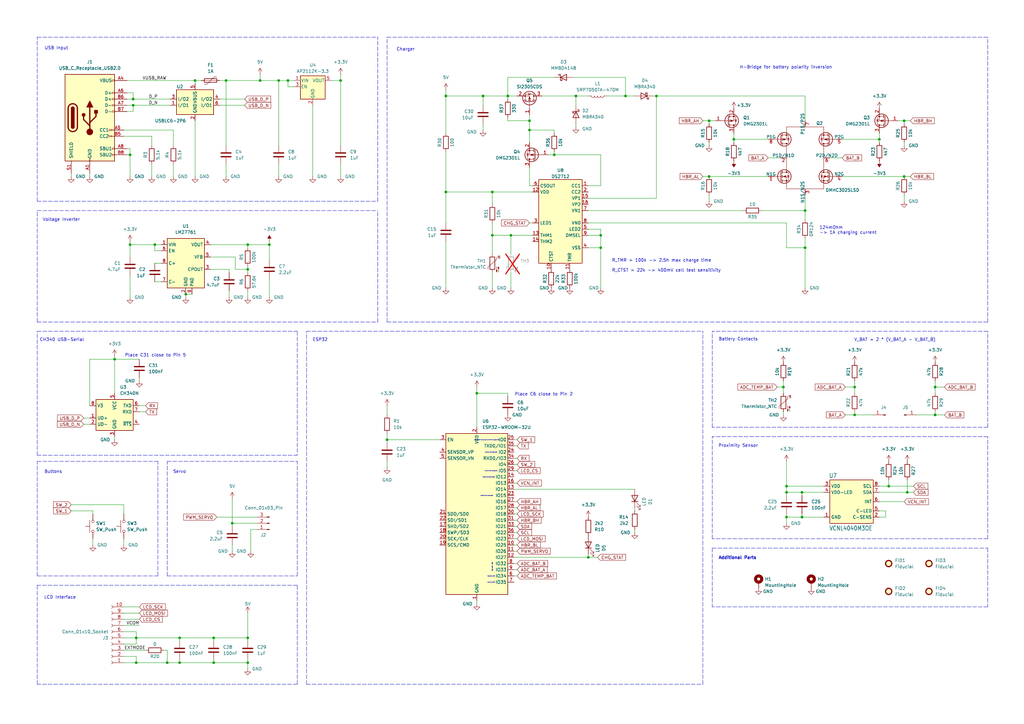
<source format=kicad_sch>
(kicad_sch (version 20231120) (generator "eeschema") (generator_version "8.0")
  (paper "A3")
  (title_block (title "SPINC AA Charger") (date "2024-10-03") (rev "2") (company "Maximilian Kern"))
  (junction (at 68.58 271.78))
  (junction (at 114.3 33.02))
  (junction (at 76.2 120.65))
  (junction (at 383.54 158.75))
  (junction (at 370.84 49.53))
  (junction (at 322.58 199.39))
  (junction (at 330.2 101.6))
  (junction (at 55.88 271.78))
  (junction (at 182.88 78.74))
  (junction (at 55.88 261.62))
  (junction (at 246.38 101.6))
  (junction (at 290.83 72.39))
  (junction (at 322.58 212.09))
  (junction (at 290.83 49.53))
  (junction (at 209.55 96.52))
  (junction (at 53.34 100.33))
  (junction (at 106.68 33.02))
  (junction (at 54.61 43.18))
  (junction (at 322.58 201.93))
  (junction (at 370.84 72.39))
  (junction (at 139.7 33.02))
  (junction (at 201.93 96.52))
  (junction (at 241.3 228.6))
  (junction (at 246.38 96.52))
  (junction (at 53.34 63.5))
  (junction (at 54.61 40.64))
  (junction (at 321.31 158.75))
  (junction (at 300.99 57.15))
  (junction (at 87.63 271.78))
  (junction (at 80.01 33.02))
  (junction (at 350.52 158.75))
  (junction (at 328.93 212.09))
  (junction (at 95.25 214.63))
  (junction (at 87.63 261.62))
  (junction (at 201.93 78.74))
  (junction (at 101.6 110.49))
  (junction (at 208.28 39.37))
  (junction (at 227.33 63.5))
  (junction (at 46.99 147.32))
  (junction (at 350.52 170.18))
  (junction (at 383.54 170.18))
  (junction (at 101.6 100.33))
  (junction (at 360.68 57.15))
  (junction (at 330.2 86.36))
  (junction (at 198.12 39.37))
  (junction (at 328.93 201.93))
  (junction (at 73.66 271.78))
  (junction (at 92.71 33.02))
  (junction (at 63.5 100.33))
  (junction (at 73.66 261.62))
  (junction (at 269.24 39.37))
  (junction (at 364.49 199.39))
  (junction (at 110.49 100.33))
  (junction (at 101.6 261.62))
  (junction (at 217.17 49.53))
  (junction (at 182.88 39.37))
  (junction (at 217.17 53.34))
  (junction (at 158.75 180.34))
  (junction (at 256.54 39.37))
  (junction (at 101.6 271.78))
  (junction (at 236.22 39.37))
  (junction (at 372.11 201.93))
  (junction (at 118.11 33.02))
  (junction (at 195.58 161.29))
  (polyline (pts (xy 15.24 132.08) (xy 15.24 86.36)) (stroke (width 0) (type dash)))
  (wire (pts (xy 330.2 86.36) (xy 330.2 80.01)))
  (wire (pts (xy 68.58 266.7) (xy 68.58 271.78)))
  (wire (pts (xy 217.17 53.34) (xy 227.33 53.34)))
  (wire (pts (xy 314.96 57.15) (xy 300.99 57.15)))
  (wire (pts (xy 346.71 170.18) (xy 350.52 170.18)))
  (wire (pts (xy 248.92 39.37) (xy 256.54 39.37)))
  (wire (pts (xy 158.75 191.77) (xy 158.75 189.23)))
  (wire (pts (xy 50.8 256.54) (xy 57.15 256.54)))
  (wire (pts (xy 93.98 110.49) (xy 93.98 111.76)))
  (wire (pts (xy 210.82 228.6) (xy 241.3 228.6)))
  (wire (pts (xy 86.36 100.33) (xy 101.6 100.33)))
  (wire (pts (xy 345.44 57.15) (xy 360.68 57.15)))
  (wire (pts (xy 59.69 168.91) (xy 57.15 168.91)))
  (polyline (pts (xy 125.73 135.89) (xy 288.29 135.89)) (stroke (width 0) (type dash)))
  (wire (pts (xy 246.38 93.98) (xy 246.38 96.52)))
  (wire (pts (xy 50.8 266.7) (xy 59.69 266.7)))
  (polyline (pts (xy 292.1 224.79) (xy 292.1 248.92)) (stroke (width 0) (type dash)))
  (wire (pts (xy 50.8 210.82) (xy 50.8 207.01)))
  (polyline (pts (xy 288.29 280.67) (xy 288.29 135.89)) (stroke (width 0) (type dash)))
  (polyline (pts (xy 405.13 224.79) (xy 405.13 248.92)) (stroke (width 0) (type dash)))
  (polyline (pts (xy 121.92 236.22) (xy 121.92 189.23)) (stroke (width 0) (type dash)))
  (wire (pts (xy 102.87 217.17) (xy 105.41 217.17)))
  (wire (pts (xy 256.54 31.75) (xy 256.54 39.37)))
  (wire (pts (xy 139.7 67.31) (xy 139.7 72.39)))
  (wire (pts (xy 322.58 201.93) (xy 322.58 203.2)))
  (wire (pts (xy 54.61 40.64) (xy 69.85 40.64)))
  (wire (pts (xy 158.75 166.37) (xy 158.75 170.18)))
  (polyline (pts (xy 158.75 132.08) (xy 405.13 132.08)) (stroke (width 0) (type dash)))
  (wire (pts (xy 212.09 218.44) (xy 210.82 218.44)))
  (polyline (pts (xy 15.24 82.55) (xy 15.24 15.24)) (stroke (width 0) (type dash)))
  (wire (pts (xy 209.55 96.52) (xy 209.55 104.14)))
  (polyline (pts (xy 405.13 175.26) (xy 405.13 135.89)) (stroke (width 0) (type dash)))
  (wire (pts (xy 370.84 49.53) (xy 373.38 49.53)))
  (wire (pts (xy 118.11 33.02) (xy 118.11 35.56)))
  (wire (pts (xy 76.2 120.65) (xy 76.2 121.92)))
  (wire (pts (xy 101.6 109.22) (xy 101.6 110.49)))
  (wire (pts (xy 198.12 39.37) (xy 198.12 43.18)))
  (wire (pts (xy 182.88 39.37) (xy 198.12 39.37)))
  (wire (pts (xy 52.07 45.72) (xy 54.61 45.72)))
  (polyline (pts (xy 154.94 82.55) (xy 154.94 15.24)) (stroke (width 0) (type dash)))
  (wire (pts (xy 63.5 115.57) (xy 66.04 115.57)))
  (polyline (pts (xy 121.92 135.89) (xy 121.92 186.69)) (stroke (width 0) (type dash)))
  (wire (pts (xy 364.49 199.39) (xy 374.65 199.39)))
  (wire (pts (xy 62.23 55.88) (xy 62.23 59.69)))
  (wire (pts (xy 372.11 196.85) (xy 372.11 201.93)))
  (wire (pts (xy 330.2 118.11) (xy 330.2 101.6)))
  (wire (pts (xy 182.88 62.23) (xy 182.88 78.74)))
  (polyline (pts (xy 158.75 132.08) (xy 158.75 15.24)) (stroke (width 0) (type dash)))
  (wire (pts (xy 139.7 33.02) (xy 139.7 59.69)))
  (wire (pts (xy 217.17 76.2) (xy 218.44 76.2)))
  (wire (pts (xy 52.07 40.64) (xy 54.61 40.64)))
  (wire (pts (xy 29.21 207.01) (xy 50.8 207.01)))
  (polyline (pts (xy 158.75 15.24) (xy 405.13 15.24)) (stroke (width 0) (type dash)))
  (wire (pts (xy 90.17 43.18) (xy 100.33 43.18)))
  (wire (pts (xy 71.12 53.34) (xy 71.12 59.69)))
  (wire (pts (xy 217.17 91.44) (xy 218.44 91.44)))
  (polyline (pts (xy 15.24 135.89) (xy 121.92 135.89)) (stroke (width 0) (type dash)))
  (wire (pts (xy 54.61 43.18) (xy 69.85 43.18)))
  (wire (pts (xy 212.09 210.82) (xy 210.82 210.82)))
  (wire (pts (xy 260.35 208.28) (xy 260.35 209.55)))
  (polyline (pts (xy 405.13 220.98) (xy 292.1 220.98)) (stroke (width 0) (type dash)))
  (polyline (pts (xy 405.13 248.92) (xy 292.1 248.92)) (stroke (width 0) (type dash)))
  (wire (pts (xy 210.82 200.66) (xy 260.35 200.66)))
  (wire (pts (xy 236.22 39.37) (xy 236.22 43.18)))
  (wire (pts (xy 106.68 33.02) (xy 114.3 33.02)))
  (wire (pts (xy 208.28 39.37) (xy 212.09 39.37)))
  (wire (pts (xy 55.88 271.78) (xy 55.88 269.24)))
  (polyline (pts (xy 68.58 236.22) (xy 68.58 189.23)) (stroke (width 0) (type dash)))
  (wire (pts (xy 212.09 198.12) (xy 210.82 198.12)))
  (wire (pts (xy 212.09 208.28) (xy 210.82 208.28)))
  (wire (pts (xy 370.84 59.69) (xy 370.84 58.42)))
  (wire (pts (xy 201.93 96.52) (xy 201.93 104.14)))
  (wire (pts (xy 322.58 212.09) (xy 322.58 214.63)))
  (wire (pts (xy 370.84 82.55) (xy 370.84 80.01)))
  (wire (pts (xy 66.04 102.87) (xy 63.5 102.87)))
  (wire (pts (xy 95.25 214.63) (xy 95.25 215.9)))
  (wire (pts (xy 96.52 105.41) (xy 96.52 110.49)))
  (wire (pts (xy 288.29 72.39) (xy 290.83 72.39)))
  (wire (pts (xy 182.88 78.74) (xy 182.88 91.44)))
  (wire (pts (xy 227.33 62.23) (xy 227.33 63.5)))
  (polyline (pts (xy 15.24 132.08) (xy 154.94 132.08)) (stroke (width 0) (type dash)))
  (polyline (pts (xy 405.13 132.08) (xy 405.13 15.24)) (stroke (width 0) (type dash)))
  (wire (pts (xy 260.35 218.44) (xy 260.35 217.17)))
  (wire (pts (xy 241.3 81.28) (xy 269.24 81.28)))
  (wire (pts (xy 46.99 147.32) (xy 57.15 147.32)))
  (wire (pts (xy 53.34 60.96) (xy 53.34 63.5)))
  (wire (pts (xy 73.66 261.62) (xy 87.63 261.62)))
  (wire (pts (xy 217.17 46.99) (xy 217.17 49.53)))
  (polyline (pts (xy 15.24 86.36) (xy 154.94 86.36)) (stroke (width 0) (type dash)))
  (wire (pts (xy 387.35 170.18) (xy 383.54 170.18)))
  (wire (pts (xy 337.82 212.09) (xy 328.93 212.09)))
  (wire (pts (xy 246.38 96.52) (xy 246.38 101.6)))
  (wire (pts (xy 314.96 64.77) (xy 320.04 64.77)))
  (polyline (pts (xy 292.1 220.98) (xy 292.1 179.07)) (stroke (width 0) (type dash)))
  (polyline (pts (xy 125.73 280.67) (xy 288.29 280.67)) (stroke (width 0) (type dash)))
  (wire (pts (xy 360.68 57.15) (xy 360.68 54.61)))
  (wire (pts (xy 195.58 161.29) (xy 195.58 175.26)))
  (wire (pts (xy 34.29 171.45) (xy 36.83 171.45)))
  (wire (pts (xy 29.21 209.55) (xy 38.1 209.55)))
  (wire (pts (xy 201.93 83.82) (xy 201.93 78.74)))
  (wire (pts (xy 46.99 180.34) (xy 46.99 179.07)))
  (wire (pts (xy 350.52 156.21) (xy 350.52 158.75)))
  (wire (pts (xy 114.3 59.69) (xy 114.3 33.02)))
  (wire (pts (xy 208.28 39.37) (xy 208.28 40.64)))
  (wire (pts (xy 372.11 201.93) (xy 374.65 201.93)))
  (wire (pts (xy 63.5 102.87) (xy 63.5 100.33)))
  (wire (pts (xy 212.09 205.74) (xy 210.82 205.74)))
  (wire (pts (xy 52.07 38.1) (xy 54.61 38.1)))
  (wire (pts (xy 241.3 228.6) (xy 241.3 227.33)))
  (wire (pts (xy 210.82 236.22) (xy 212.09 236.22)))
  (wire (pts (xy 227.33 63.5) (xy 246.38 63.5)))
  (wire (pts (xy 208.28 49.53) (xy 208.28 48.26)))
  (wire (pts (xy 312.42 86.36) (xy 330.2 86.36)))
  (wire (pts (xy 290.83 72.39) (xy 314.96 72.39)))
  (wire (pts (xy 182.88 78.74) (xy 201.93 78.74)))
  (wire (pts (xy 241.3 96.52) (xy 246.38 96.52)))
  (wire (pts (xy 88.9 212.09) (xy 105.41 212.09)))
  (wire (pts (xy 57.15 156.21) (xy 57.15 154.94)))
  (wire (pts (xy 322.58 199.39) (xy 322.58 201.93)))
  (wire (pts (xy 321.31 158.75) (xy 321.31 161.29)))
  (wire (pts (xy 46.99 147.32) (xy 46.99 161.29)))
  (polyline (pts (xy 405.13 224.79) (xy 405.13 224.79)) (stroke (width 0) (type dash)))
  (wire (pts (xy 345.44 72.39) (xy 370.84 72.39)))
  (wire (pts (xy 34.29 173.99) (xy 36.83 173.99)))
  (wire (pts (xy 50.8 55.88) (xy 62.23 55.88)))
  (polyline (pts (xy 15.24 82.55) (xy 154.94 82.55)) (stroke (width 0) (type dash)))
  (wire (pts (xy 101.6 270.51) (xy 101.6 271.78)))
  (wire (pts (xy 53.34 99.06) (xy 53.34 100.33)))
  (wire (pts (xy 350.52 158.75) (xy 350.52 161.29)))
  (wire (pts (xy 212.09 190.5) (xy 210.82 190.5)))
  (polyline (pts (xy 154.94 132.08) (xy 154.94 86.36)) (stroke (width 0) (type dash)))
  (wire (pts (xy 95.25 223.52) (xy 95.25 226.06)))
  (wire (pts (xy 217.17 49.53) (xy 217.17 53.34)))
  (wire (pts (xy 92.71 33.02) (xy 90.17 33.02)))
  (wire (pts (xy 55.88 259.08) (xy 55.88 261.62)))
  (wire (pts (xy 383.54 170.18) (xy 383.54 168.91)))
  (wire (pts (xy 135.89 33.02) (xy 139.7 33.02)))
  (wire (pts (xy 36.83 166.37) (xy 36.83 147.32)))
  (wire (pts (xy 241.3 86.36) (xy 304.8 86.36)))
  (wire (pts (xy 360.68 199.39) (xy 364.49 199.39)))
  (wire (pts (xy 370.84 72.39) (xy 373.38 72.39)))
  (wire (pts (xy 29.21 71.12) (xy 29.21 72.39)))
  (wire (pts (xy 241.3 228.6) (xy 245.11 228.6)))
  (wire (pts (xy 210.82 187.96) (xy 212.09 187.96)))
  (wire (pts (xy 101.6 271.78) (xy 101.6 274.32)))
  (wire (pts (xy 269.24 39.37) (xy 330.2 39.37)))
  (wire (pts (xy 66.04 100.33) (xy 63.5 100.33)))
  (wire (pts (xy 208.28 162.56) (xy 208.28 161.29)))
  (wire (pts (xy 62.23 67.31) (xy 62.23 72.39)))
  (wire (pts (xy 350.52 168.91) (xy 350.52 170.18)))
  (wire (pts (xy 50.8 264.16) (xy 55.88 264.16)))
  (wire (pts (xy 86.36 105.41) (xy 96.52 105.41)))
  (wire (pts (xy 95.25 204.47) (xy 95.25 214.63)))
  (wire (pts (xy 101.6 251.46) (xy 101.6 261.62)))
  (wire (pts (xy 106.68 33.02) (xy 106.68 30.48)))
  (wire (pts (xy 241.3 93.98) (xy 246.38 93.98)))
  (wire (pts (xy 101.6 101.6) (xy 101.6 100.33)))
  (polyline (pts (xy 405.13 179.07) (xy 292.1 179.07)) (stroke (width 0) (type dash)))
  (wire (pts (xy 322.58 189.23) (xy 322.58 199.39)))
  (wire (pts (xy 139.7 30.48) (xy 139.7 33.02)))
  (wire (pts (xy 288.29 49.53) (xy 290.83 49.53)))
  (wire (pts (xy 158.75 181.61) (xy 158.75 180.34)))
  (wire (pts (xy 383.54 170.18) (xy 375.92 170.18)))
  (wire (pts (xy 93.98 119.38) (xy 93.98 121.92)))
  (wire (pts (xy 208.28 49.53) (xy 217.17 49.53)))
  (wire (pts (xy 201.93 91.44) (xy 201.93 96.52)))
  (wire (pts (xy 201.93 78.74) (xy 218.44 78.74)))
  (wire (pts (xy 68.58 271.78) (xy 73.66 271.78)))
  (wire (pts (xy 269.24 39.37) (xy 269.24 81.28)))
  (wire (pts (xy 63.5 100.33) (xy 53.34 100.33)))
  (wire (pts (xy 290.83 49.53) (xy 293.37 49.53)))
  (polyline (pts (xy 15.24 186.69) (xy 121.92 186.69)) (stroke (width 0) (type dash)))
  (polyline (pts (xy 125.73 280.67) (xy 125.73 135.89)) (stroke (width 0) (type dash)))
  (wire (pts (xy 92.71 33.02) (xy 106.68 33.02)))
  (wire (pts (xy 321.31 156.21) (xy 321.31 158.75)))
  (wire (pts (xy 50.8 259.08) (xy 55.88 259.08)))
  (wire (pts (xy 208.28 39.37) (xy 208.28 31.75)))
  (wire (pts (xy 182.88 99.06) (xy 182.88 118.11)))
  (wire (pts (xy 322.58 199.39) (xy 337.82 199.39)))
  (wire (pts (xy 241.3 76.2) (xy 246.38 76.2)))
  (wire (pts (xy 73.66 270.51) (xy 73.66 271.78)))
  (polyline (pts (xy 292.1 175.26) (xy 292.1 135.89)) (stroke (width 0) (type dash)))
  (wire (pts (xy 328.93 210.82) (xy 328.93 212.09)))
  (wire (pts (xy 328.93 201.93) (xy 328.93 203.2)))
  (wire (pts (xy 364.49 196.85) (xy 364.49 199.39)))
  (wire (pts (xy 76.2 120.65) (xy 78.74 120.65)))
  (wire (pts (xy 337.82 201.93) (xy 328.93 201.93)))
  (wire (pts (xy 128.27 43.18) (xy 128.27 72.39)))
  (wire (pts (xy 55.88 261.62) (xy 55.88 264.16)))
  (wire (pts (xy 38.1 210.82) (xy 38.1 209.55)))
  (wire (pts (xy 36.83 147.32) (xy 46.99 147.32)))
  (wire (pts (xy 224.79 63.5) (xy 227.33 63.5)))
  (wire (pts (xy 50.8 271.78) (xy 55.88 271.78)))
  (wire (pts (xy 208.28 31.75) (xy 227.33 31.75)))
  (wire (pts (xy 383.54 156.21) (xy 383.54 158.75)))
  (wire (pts (xy 46.99 146.05) (xy 46.99 147.32)))
  (polyline (pts (xy 121.92 280.67) (xy 121.92 240.03)) (stroke (width 0) (type dash)))
  (wire (pts (xy 256.54 39.37) (xy 260.35 39.37)))
  (wire (pts (xy 227.33 54.61) (xy 227.33 53.34)))
  (wire (pts (xy 50.8 269.24) (xy 55.88 269.24)))
  (wire (pts (xy 360.68 205.74) (xy 370.84 205.74)))
  (wire (pts (xy 118.11 33.02) (xy 120.65 33.02)))
  (wire (pts (xy 55.88 271.78) (xy 68.58 271.78)))
  (wire (pts (xy 110.49 106.68) (xy 110.49 100.33)))
  (wire (pts (xy 363.22 209.55) (xy 363.22 212.09)))
  (wire (pts (xy 73.66 261.62) (xy 73.66 262.89)))
  (wire (pts (xy 210.82 182.88) (xy 212.09 182.88)))
  (wire (pts (xy 387.35 158.75) (xy 383.54 158.75)))
  (wire (pts (xy 212.09 193.04) (xy 210.82 193.04)))
  (wire (pts (xy 80.01 49.53) (xy 80.01 72.39)))
  (wire (pts (xy 300.99 57.15) (xy 300.99 54.61)))
  (wire (pts (xy 82.55 33.02) (xy 80.01 33.02)))
  (wire (pts (xy 212.09 213.36) (xy 210.82 213.36)))
  (wire (pts (xy 330.2 39.37) (xy 330.2 49.53)))
  (wire (pts (xy 53.34 63.5) (xy 53.34 72.39)))
  (wire (pts (xy 267.97 39.37) (xy 269.24 39.37)))
  (wire (pts (xy 350.52 170.18) (xy 358.14 170.18)))
  (wire (pts (xy 195.58 247.65) (xy 195.58 246.38)))
  (polyline (pts (xy 405.13 220.98) (xy 405.13 179.07)) (stroke (width 0) (type dash)))
  (wire (pts (xy 59.69 166.37) (xy 57.15 166.37)))
  (wire (pts (xy 80.01 33.02) (xy 80.01 34.29)))
  (wire (pts (xy 158.75 180.34) (xy 180.34 180.34)))
  (wire (pts (xy 236.22 50.8) (xy 236.22 52.07)))
  (wire (pts (xy 102.87 217.17) (xy 102.87 226.06)))
  (polyline (pts (xy 15.24 236.22) (xy 15.24 189.23)) (stroke (width 0) (type dash)))
  (wire (pts (xy 198.12 53.34) (xy 198.12 50.8)))
  (wire (pts (xy 87.63 271.78) (xy 101.6 271.78)))
  (wire (pts (xy 54.61 45.72) (xy 54.61 43.18)))
  (polyline (pts (xy 15.24 189.23) (xy 64.77 189.23)) (stroke (width 0) (type dash)))
  (wire (pts (xy 95.25 214.63) (xy 105.41 214.63)))
  (wire (pts (xy 63.5 107.95) (xy 66.04 107.95)))
  (wire (pts (xy 212.09 223.52) (xy 210.82 223.52)))
  (wire (pts (xy 234.95 31.75) (xy 256.54 31.75)))
  (wire (pts (xy 50.8 254) (xy 57.15 254)))
  (wire (pts (xy 182.88 36.83) (xy 182.88 39.37)))
  (wire (pts (xy 201.93 96.52) (xy 209.55 96.52)))
  (wire (pts (xy 212.09 215.9) (xy 210.82 215.9)))
  (wire (pts (xy 246.38 76.2) (xy 246.38 63.5)))
  (wire (pts (xy 370.84 49.53) (xy 370.84 50.8)))
  (wire (pts (xy 92.71 33.02) (xy 92.71 59.69)))
  (wire (pts (xy 50.8 53.34) (xy 71.12 53.34)))
  (wire (pts (xy 50.8 248.92) (xy 57.15 248.92)))
  (wire (pts (xy 290.83 82.55) (xy 290.83 80.01)))
  (wire (pts (xy 55.88 261.62) (xy 73.66 261.62)))
  (polyline (pts (xy 15.24 236.22) (xy 64.77 236.22)) (stroke (width 0) (type dash)))
  (polyline (pts (xy 64.77 236.22) (xy 64.77 189.23)) (stroke (width 0) (type dash)))
  (wire (pts (xy 217.17 68.58) (xy 217.17 76.2)))
  (wire (pts (xy 236.22 39.37) (xy 241.3 39.37)))
  (wire (pts (xy 96.52 110.49) (xy 101.6 110.49)))
  (polyline (pts (xy 15.24 280.67) (xy 15.24 240.03)) (stroke (width 0) (type dash)))
  (wire (pts (xy 328.93 201.93) (xy 322.58 201.93)))
  (wire (pts (xy 101.6 261.62) (xy 101.6 262.89)))
  (wire (pts (xy 383.54 158.75) (xy 383.54 161.29)))
  (wire (pts (xy 217.17 53.34) (xy 217.17 58.42)))
  (wire (pts (xy 360.68 201.93) (xy 372.11 201.93)))
  (wire (pts (xy 92.71 72.39) (xy 92.71 67.31)))
  (wire (pts (xy 101.6 110.49) (xy 101.6 111.76)))
  (wire (pts (xy 158.75 177.8) (xy 158.75 180.34)))
  (wire (pts (xy 120.65 35.56) (xy 118.11 35.56)))
  (polyline (pts (xy 292.1 224.79) (xy 405.13 224.79)) (stroke (width 0) (type dash)))
  (wire (pts (xy 87.63 261.62) (xy 101.6 261.62)))
  (wire (pts (xy 198.12 39.37) (xy 208.28 39.37)))
  (wire (pts (xy 110.49 99.06) (xy 110.49 100.33)))
  (wire (pts (xy 52.07 63.5) (xy 53.34 63.5)))
  (wire (pts (xy 209.55 111.76) (xy 209.55 118.11)))
  (polyline (pts (xy 121.92 240.03) (xy 15.24 240.03)) (stroke (width 0) (type dash)))
  (wire (pts (xy 110.49 114.3) (xy 110.49 121.92)))
  (wire (pts (xy 53.34 100.33) (xy 53.34 105.41)))
  (wire (pts (xy 195.58 158.75) (xy 195.58 161.29)))
  (wire (pts (xy 50.8 220.98) (xy 50.8 223.52)))
  (wire (pts (xy 321.31 170.18) (xy 321.31 168.91)))
  (wire (pts (xy 330.2 97.79) (xy 330.2 101.6)))
  (wire (pts (xy 87.63 270.51) (xy 87.63 271.78)))
  (wire (pts (xy 322.58 210.82) (xy 322.58 212.09)))
  (wire (pts (xy 209.55 96.52) (xy 218.44 96.52)))
  (wire (pts (xy 201.93 111.76) (xy 201.93 118.11)))
  (wire (pts (xy 67.31 266.7) (xy 68.58 266.7)))
  (wire (pts (xy 195.58 161.29) (xy 208.28 161.29)))
  (wire (pts (xy 368.3 49.53) (xy 370.84 49.53)))
  (wire (pts (xy 114.3 33.02) (xy 118.11 33.02)))
  (wire (pts (xy 38.1 223.52) (xy 38.1 220.98)))
  (wire (pts (xy 300.99 57.15) (xy 300.99 58.42)))
  (wire (pts (xy 290.83 59.69) (xy 290.83 58.42)))
  (wire (pts (xy 241.3 101.6) (xy 246.38 101.6)))
  (wire (pts (xy 210.82 231.14) (xy 212.09 231.14)))
  (wire (pts (xy 212.09 220.98) (xy 210.82 220.98)))
  (wire (pts (xy 346.71 158.75) (xy 350.52 158.75)))
  (wire (pts (xy 71.12 67.31) (xy 71.12 72.39)))
  (wire (pts (xy 212.09 180.34) (xy 210.82 180.34)))
  (polyline (pts (xy 68.58 236.22) (xy 121.92 236.22)) (stroke (width 0) (type dash)))
  (wire (pts (xy 86.36 110.49) (xy 93.98 110.49)))
  (wire (pts (xy 52.07 43.18) (xy 54.61 43.18)))
  (wire (pts (xy 222.25 39.37) (xy 236.22 39.37)))
  (wire (pts (xy 53.34 113.03) (xy 53.34 121.92)))
  (polyline (pts (xy 15.24 186.69) (xy 15.24 135.89)) (stroke (width 0) (type dash)))
  (wire (pts (xy 52.07 33.02) (xy 80.01 33.02)))
  (wire (pts (xy 52.07 60.96) (xy 53.34 60.96)))
  (wire (pts (xy 114.3 67.31) (xy 114.3 72.39)))
  (wire (pts (xy 290.83 49.53) (xy 290.83 50.8)))
  (wire (pts (xy 73.66 271.78) (xy 87.63 271.78)))
  (wire (pts (xy 360.68 58.42) (xy 360.68 57.15)))
  (wire (pts (xy 321.31 158.75) (xy 318.77 158.75)))
  (polyline (pts (xy 68.58 189.23) (xy 121.92 189.23)) (stroke (width 0) (type dash)))
  (wire (pts (xy 54.61 40.64) (xy 54.61 38.1)))
  (wire (pts (xy 87.63 261.62) (xy 87.63 262.89)))
  (wire (pts (xy 322.58 101.6) (xy 330.2 101.6)))
  (wire (pts (xy 90.17 40.64) (xy 100.33 40.64)))
  (wire (pts (xy 212.09 226.06) (xy 210.82 226.06)))
  (wire (pts (xy 50.8 261.62) (xy 55.88 261.62)))
  (wire (pts (xy 101.6 100.33) (xy 110.49 100.33)))
  (wire (pts (xy 330.2 90.17) (xy 330.2 86.36)))
  (wire (pts (xy 36.83 71.12) (xy 36.83 72.39)))
  (polyline (pts (xy 121.92 280.67) (xy 15.24 280.67)) (stroke (width 0) (type dash)))
  (wire (pts (xy 360.68 212.09) (xy 363.22 212.09)))
  (polyline (pts (xy 15.24 15.24) (xy 154.94 15.24)) (stroke (width 0) (type dash)))
  (wire (pts (xy 50.8 251.46) (xy 57.15 251.46)))
  (wire (pts (xy 101.6 119.38) (xy 101.6 121.92)))
  (wire (pts (xy 345.44 64.77) (xy 340.36 64.77)))
  (wire (pts (xy 328.93 212.09) (xy 322.58 212.09)))
  (wire (pts (xy 246.38 101.6) (xy 246.38 118.11)))
  (wire (pts (xy 360.68 209.55) (xy 363.22 209.55)))
  (wire (pts (xy 241.3 91.44) (xy 322.58 91.44)))
  (polyline (pts (xy 405.13 135.89) (xy 292.1 135.89)) (stroke (width 0) (type dash)))
  (polyline (pts (xy 405.13 175.26) (xy 292.1 175.26)) (stroke (width 0) (type dash)))
  (wire (pts (xy 322.58 91.44) (xy 322.58 101.6)))
  (wire (pts (xy 182.88 39.37) (xy 182.88 54.61)))
  (wire (pts (xy 210.82 233.68) (xy 212.09 233.68)))
  (text "ESP32" (at 131.318 139.446 0) (effects (font (size 1.27 1.27))))
  (text "ADC1: IO32--IO39" (at 201.93 232.664 90) (effects (font (size 0.254 0.254))))
  (text "Voltage Inverter" (at 25.146 90.17 0) (effects (font (size 1.27 1.27))))
  (text "Place C31 close to Pin 5" (at 63.754 145.796 0) (effects (font (size 1.27 1.27))))
  (text "Buttons" (at 21.844 193.548 0) (effects (font (size 1.27 1.27))))
  (text "must be HIGH during boot and LOW for programming" (at 199.644 180.594 0) (effects (font (size 0.254 0.254))))
  (text "Charger" (at 166.37 20.32 0) (effects (font (size 1.27 1.27))))
  (text "H-Bridge for battery polarity inversion" (at 322.326 27.686 0) (effects (font (size 1.27 1.27))))
  (text "must be HIGH during boot" (at 201.422 193.294 0) (effects (font (size 0.254 0.254))))
  (text "Battery Contacts" (at 302.768 139.192 0) (effects (font (size 1.27 1.27))))
  (text "Input only GPIO" (at 201.422 239.014 0) (effects (font (size 0.254 0.254))))
  (text "Additional Parts" (at 294.64 229.616 0) (effects (font (size 1.27 1.27) (thickness 0.254) (bold yes)) (justify left bottom)))
  (text "Servo" (at 73.66 193.548 0) (effects (font (size 1.27 1.27))))
  (text "CH340 USB-Serial" (at 25.4 139.446 0) (effects (font (size 1.27 1.27))))
  (text "must be LOW during boot" (at 201.422 185.674 0) (effects (font (size 0.254 0.254))))
  (text "V_BAT = 2 * (V_BAT_A - V_BAT_B)" (at 367.03 139.446 0) (effects (font (size 1.27 1.27))))
  (text "must be HIGH during boot" (at 199.644 203.454 0) (effects (font (size 0.254 0.254))))
  (text "LCD Interface" (at 24.638 245.11 0) (effects (font (size 1.27 1.27))))
  (text "Place C6 close to Pin 2" (at 223.012 161.798 0) (effects (font (size 1.27 1.27))))
  (text "USB Input" (at 23.114 19.812 0) (effects (font (size 1.27 1.27))))
  (text "must be LOW during boot" (at 200.406 195.834 0) (effects (font (size 0.254 0.254))))
  (text "Proximity Sensor" (at 302.768 182.88 0) (effects (font (size 1.27 1.27))))
  (text "124mOhm\n-> 1A charging current" (at 336.042 94.488 0) (effects (font (size 1.27 1.27)) (justify left)))
  (text "R_TMR = 100k -> 2.5h max charge time\n\nR_CTST = 22k -> 400mV cell test sensitivity" (at 250.952 108.966 0) (effects (font (size 1.27 1.27)) (justify left)))
  (text "Input only GPIO" (at 201.422 236.474 0) (effects (font (size 0.254 0.254))))
  (label "VUSB_RAW" (at 58.42 33.02 0))
  (label "VCOM" (at 57.15 256.54 180))
  (label "EXTMODE" (at 59.69 266.7 180))
  (label "D_P" (at 60.96 40.64 0))
  (label "D_N" (at 60.96 43.18 0))
  (global_label "USB_D_N" (shape input) (at 34.29 173.99 180) (property "Intersheetrefs" "${INTERSHEET_REFS}" (effects (hide yes))))
  (global_label "BAT_B" (shape input) (at 387.35 170.18 0) (property "Intersheetrefs" "${INTERSHEET_REFS}" (effects (hide yes))))
  (global_label "SW_1" (shape input) (at 212.09 180.34 0) (property "Intersheetrefs" "${INTERSHEET_REFS}" (effects (hide yes))))
  (global_label "SW_2" (shape input) (at 212.09 190.5 0) (property "Intersheetrefs" "${INTERSHEET_REFS}" (effects (hide yes))))
  (global_label "RX" (shape input) (at 59.69 166.37 0) (property "Intersheetrefs" "${INTERSHEET_REFS}" (effects (hide yes))))
  (global_label "BAT_A" (shape input) (at 314.96 64.77 180) (property "Intersheetrefs" "${INTERSHEET_REFS}" (effects (hide yes))))
  (global_label "USB_D_N" (shape input) (at 100.33 43.18 0) (property "Intersheetrefs" "${INTERSHEET_REFS}" (effects (hide yes))))
  (global_label "PWM_SERVO" (shape input) (at 88.9 212.09 180) (property "Intersheetrefs" "${INTERSHEET_REFS}" (effects (hide yes))))
  (global_label "BAT_A" (shape input) (at 346.71 170.18 180) (property "Intersheetrefs" "${INTERSHEET_REFS}" (effects (hide yes))))
  (global_label "LCD_MOSI" (shape input) (at 57.15 251.46 0) (property "Intersheetrefs" "${INTERSHEET_REFS}" (effects (hide yes))))
  (global_label "ADC_BAT_B" (shape input) (at 387.35 158.75 0) (property "Intersheetrefs" "${INTERSHEET_REFS}" (effects (hide yes))))
  (global_label "CHG_STAT" (shape input) (at 245.11 228.6 0) (property "Intersheetrefs" "${INTERSHEET_REFS}" (effects (hide yes))))
  (global_label "HBR_AH" (shape input) (at 288.29 49.53 180) (property "Intersheetrefs" "${INTERSHEET_REFS}" (effects (hide yes))))
  (global_label "RX" (shape input) (at 212.09 187.96 0) (property "Intersheetrefs" "${INTERSHEET_REFS}" (effects (hide yes))))
  (global_label "PWM_SERVO" (shape input) (at 212.09 226.06 0) (property "Intersheetrefs" "${INTERSHEET_REFS}" (effects (hide yes))))
  (global_label "LCD_SCK" (shape input) (at 212.09 210.82 0) (property "Intersheetrefs" "${INTERSHEET_REFS}" (effects (hide yes))))
  (global_label "LCD_MOSI" (shape input) (at 212.09 220.98 0) (property "Intersheetrefs" "${INTERSHEET_REFS}" (effects (hide yes))))
  (global_label "HBR_BH" (shape input) (at 373.38 49.53 0) (property "Intersheetrefs" "${INTERSHEET_REFS}" (effects (hide yes))))
  (global_label "HBR_AL" (shape input) (at 288.29 72.39 180) (property "Intersheetrefs" "${INTERSHEET_REFS}" (effects (hide yes))))
  (global_label "TX" (shape input) (at 59.69 168.91 0) (property "Intersheetrefs" "${INTERSHEET_REFS}" (effects (hide yes))))
  (global_label "LCD_SCK" (shape input) (at 57.15 248.92 0) (property "Intersheetrefs" "${INTERSHEET_REFS}" (effects (hide yes))))
  (global_label "VCN_INT" (shape input) (at 212.09 198.12 0) (property "Intersheetrefs" "${INTERSHEET_REFS}" (effects (hide yes))))
  (global_label "HBR_BH" (shape input) (at 212.09 213.36 0) (property "Intersheetrefs" "${INTERSHEET_REFS}" (effects (hide yes))))
  (global_label "ADC_BAT_B" (shape input) (at 212.09 231.14 0) (property "Intersheetrefs" "${INTERSHEET_REFS}" (effects (hide yes))))
  (global_label "BAT_B" (shape input) (at 345.44 64.77 0) (property "Intersheetrefs" "${INTERSHEET_REFS}" (effects (hide yes))))
  (global_label "HBR_AH" (shape input) (at 212.09 205.74 0) (property "Intersheetrefs" "${INTERSHEET_REFS}" (effects (hide yes))))
  (global_label "HBR_BL" (shape input) (at 212.09 223.52 0) (property "Intersheetrefs" "${INTERSHEET_REFS}" (effects (hide yes))))
  (global_label "ADC_BAT_A" (shape input) (at 346.71 158.75 180) (property "Intersheetrefs" "${INTERSHEET_REFS}" (effects (hide yes))))
  (global_label "SW_2" (shape input) (at 29.21 207.01 180) (property "Intersheetrefs" "${INTERSHEET_REFS}" (effects (hide yes))))
  (global_label "HBR_AL" (shape input) (at 212.09 208.28 0) (property "Intersheetrefs" "${INTERSHEET_REFS}" (effects (hide yes))))
  (global_label "USB_D_P" (shape input) (at 34.29 171.45 180) (property "Intersheetrefs" "${INTERSHEET_REFS}" (effects (hide yes))))
  (global_label "ADC_TEMP_BAT" (shape input) (at 212.09 236.22 0) (property "Intersheetrefs" "${INTERSHEET_REFS}" (effects (hide yes))))
  (global_label "LCD_CS" (shape input) (at 212.09 193.04 0) (property "Intersheetrefs" "${INTERSHEET_REFS}" (effects (hide yes))))
  (global_label "CHG_STAT" (shape input) (at 217.17 91.44 180) (property "Intersheetrefs" "${INTERSHEET_REFS}" (effects (hide yes))))
  (global_label "TX" (shape input) (at 212.09 182.88 0) (property "Intersheetrefs" "${INTERSHEET_REFS}" (effects (hide yes))))
  (global_label "SDA" (shape input) (at 374.65 201.93 0) (property "Intersheetrefs" "${INTERSHEET_REFS}" (effects (hide yes))))
  (global_label "SCL" (shape input) (at 212.09 218.44 0) (property "Intersheetrefs" "${INTERSHEET_REFS}" (effects (hide yes))))
  (global_label "ADC_TEMP_BAT" (shape input) (at 318.77 158.75 180) (property "Intersheetrefs" "${INTERSHEET_REFS}" (effects (hide yes))))
  (global_label "SCL" (shape input) (at 374.65 199.39 0) (property "Intersheetrefs" "${INTERSHEET_REFS}" (effects (hide yes))))
  (global_label "SW_1" (shape input) (at 29.21 209.55 180) (property "Intersheetrefs" "${INTERSHEET_REFS}" (effects (hide yes))))
  (global_label "VCN_INT" (shape input) (at 370.84 205.74 0) (property "Intersheetrefs" "${INTERSHEET_REFS}" (effects (hide yes))))
  (global_label "SDA" (shape input) (at 212.09 215.9 0) (property "Intersheetrefs" "${INTERSHEET_REFS}" (effects (hide yes))))
  (global_label "USB_D_P" (shape input) (at 100.33 40.64 0) (property "Intersheetrefs" "${INTERSHEET_REFS}" (effects (hide yes))))
  (global_label "LCD_CS" (shape input) (at 57.15 254 0) (property "Intersheetrefs" "${INTERSHEET_REFS}" (effects (hide yes))))
  (global_label "HBR_BL" (shape input) (at 373.38 72.39 0) (property "Intersheetrefs" "${INTERSHEET_REFS}" (effects (hide yes))))
  (global_label "ADC_BAT_A" (shape input) (at 212.09 233.68 0) (property "Intersheetrefs" "${INTERSHEET_REFS}" (effects (hide yes))))
  (symbol (lib_id "power:GND") (at 290.83 59.69 0) (mirror y) (unit 1)
    (property "Reference" "#PWR064" (effects (hide yes)))
    (property "Value" "GND" (at 287.02 59.69 0))
  )
  (symbol (lib_id "Device:Thermistor_NTC") (at 209.55 107.95 0) (mirror y) (unit 1) (in_bom no) (dnp yes)
    (property "Reference" "TH3" (at 213.36 106.9974 0) (effects (justify right)))
    (property "Value" "Thermistor_NTC" (effects (hide yes)))
    (property "Footprint" "OptoDevice:R_LDR_4.9x4.2mm_P2.54mm_Vertical" (effects (hide yes)))
    (property "Description" "Temperature dependent resistor, negative temperature coefficient" (effects (hide yes)))
  )
  (symbol (lib_id "Connector:Conn_01x03_Pin") (at 110.49 214.63 180) (unit 1)
    (property "Reference" "J2" (at 107.95 219.456 0))
    (property "Value" "Conn_01x03_Pin" (at 108.204 208.28 0))
    (property "Footprint" "Connector_PinHeader_2.54mm:PinHeader_1x03_P2.54mm_Vertical" (effects (hide yes)))
    (property "Description" "Generic connector, single row, 01x03, script generated" (effects (hide yes)))
    (property "LCSC" "C722693" (effects (hide yes)))
  )
  (symbol (lib_id "Device:C") (at 93.98 115.57 0) (mirror y) (unit 1)
    (property "Reference" "C3" (at 90.17 114.2999 0) (effects (justify left)))
    (property "Value" "4.7uF" (at 90.17 116.8399 0) (effects (justify left)))
    (property "Footprint" "Capacitor_SMD:C_0603_1608Metric" (effects (hide yes)))
    (property "LCSC" "C15849" (effects (hide yes)))
  )
  (symbol (lib_id "Device:R") (at 208.28 44.45 0) (unit 1)
    (property "Reference" "R37" (at 205.74 44.45 90))
    (property "Value" "330" (at 210.82 44.45 90))
    (property "Footprint" "Resistor_SMD:R_0603_1608Metric" (effects (hide yes)))
  )
  (symbol (lib_id "Device:C") (at 322.58 207.01 0) (mirror y) (unit 1)
    (property "Reference" "C25" (at 318.77 205.7399 0) (effects (justify left)))
    (property "Value" "2.2uF" (at 318.77 208.2799 0) (effects (justify left)))
    (property "Footprint" "Capacitor_SMD:C_0603_1608Metric" (effects (hide yes)))
  )
  (symbol (lib_id "power:GND") (at 236.22 52.07 0) (unit 1)
    (property "Reference" "#PWR087" (effects (hide yes)))
    (property "Value" "GND" (at 240.792 52.832 0))
  )
  (symbol (lib_id "Device:R") (at 71.12 63.5 0) (mirror x) (unit 1)
    (property "Reference" "R4" (at 68.58 63.5 90))
    (property "Value" "5.1k" (at 73.66 63.5 90))
    (property "Footprint" "Resistor_SMD:R_0603_1608Metric" (effects (hide yes)))
    (property "LCSC" "C23186" (effects (hide yes)))
  )
  (symbol (lib_id "power:GND") (at 370.84 82.55 0) (unit 1)
    (property "Reference" "#PWR078" (effects (hide yes)))
    (property "Value" "GND" (at 374.65 82.55 0))
  )
  (symbol (lib_id "power:GND") (at 92.71 72.39 0) (unit 1)
    (property "Reference" "#PWR021" (effects (hide yes)))
    (property "Value" "GND" (at 96.52 72.39 0))
  )
  (symbol (lib_id "Connector:Conn_01x01_Pin") (at 370.84 170.18 0) (unit 1)
    (property "Reference" "J5" (at 371.348 167.132 0))
    (property "Value" "Conn_01x01_Pin" (effects (hide yes)))
    (property "Footprint" "omoteLib:BatteryHolder_Keystone_590" (effects (hide yes)))
    (property "Description" "Generic connector, single row, 01x01, script generated" (effects (hide yes)))
    (property "LCSC" "C3029553" (effects (hide yes)))
  )
  (symbol (lib_id "power:+3.3V") (at 300.99 44.45 0) (unit 1)
    (property "Reference" "#PWR066" (effects (hide yes)))
    (property "Value" "+3.3V" (at 305.054 43.18 0))
    (property "Description" "Power symbol creates a global label with name \"+3.3V\"" (effects (hide yes)))
  )
  (symbol (lib_id "power:+3.3V") (at 241.3 212.09 0) (unit 1)
    (property "Reference" "#PWR025" (effects (hide yes)))
    (property "Value" "+3.3V" (at 241.3 207.01 0))
    (property "Description" "Power symbol creates a global label with name \"+3.3V\"" (effects (hide yes)))
  )
  (symbol (lib_id "power:GND") (at 260.35 218.44 0) (unit 1)
    (property "Reference" "#PWR056" (effects (hide yes)))
    (property "Value" "GND" (at 256.54 218.44 0))
  )
  (symbol (lib_id "Mechanical:Fiducial") (at 364.49 242.57 0) (unit 1) (in_bom no)
    (property "Reference" "FID2" (at 367.03 241.2999 0) (effects (justify left)))
    (property "Value" "Fiducial" (at 367.03 243.8399 0) (effects (justify left)))
    (property "Footprint" "Fiducial:Fiducial_1mm_Mask2mm" (effects (hide yes)))
  )
  (symbol (lib_id "Device:C") (at 101.6 266.7 0) (unit 1)
    (property "Reference" "C29" (at 105.41 265.4299 0) (effects (justify left)))
    (property "Value" "1uF" (at 105.41 267.9699 0) (effects (justify left)))
    (property "Footprint" "Capacitor_SMD:C_0603_1608Metric" (effects (hide yes)))
    (property "LCSC" "C15849" (effects (hide yes)))
  )
  (symbol (lib_id "power:-3V3") (at 110.49 99.06 0) (unit 1)
    (property "Reference" "#PWR026" (effects (hide yes)))
    (property "Value" "-3V3" (at 110.49 93.98 0))
    (property "Description" "Power symbol creates a global label with name \"-3V3\"" (effects (hide yes)))
  )
  (symbol (lib_id "omoteLib:SI2305CDS") (at 217.17 41.91 270) (mirror x) (unit 1)
    (property "Reference" "Q5" (at 217.17 33.02 90))
    (property "Value" "SI2305CDS" (at 217.17 35.56 90))
    (property "Footprint" "Package_TO_SOT_SMD:SOT-23" (effects (hide yes)))
    (property "Datasheet" "https://www.vishay.com/docs/64847/si2305cd.pdf" (effects (hide yes)))
    (property "Description" "-5.8A Id, -8V Vds, P-Channel MOSFET, SOT-23" (effects (hide yes)))
  )
  (symbol (lib_id "Regulator_SwitchedCapacitor:LM27761") (at 76.2 107.95 0) (unit 1)
    (property "Reference" "U1" (at 76.2 92.71 0))
    (property "Value" "LM27761" (at 76.2 95.25 0))
    (property "Footprint" "Package_SON:WSON-8-1EP_2x2mm_P0.5mm_EP0.9x1.6mm" (effects (hide yes)))
    (property "Datasheet" "http://www.ti.com/lit/ds/symlink/lm27761.pdf" (effects (hide yes)))
    (property "Description" "low-noise regulated switched-capacitor voltage inverter with 2.7V-5.5V input to -1.5 to -5V Output Voltage, WSON-8" (effects (hide yes)))
  )
  (symbol (lib_id "Device:R") (at 350.52 152.4 0) (mirror x) (unit 1)
    (property "Reference" "R21" (at 347.98 152.4 90))
    (property "Value" "47k" (at 353.06 152.4 90))
    (property "Footprint" "Resistor_SMD:R_0603_1608Metric" (effects (hide yes)))
  )
  (symbol (lib_id "Device:R") (at 226.06 114.3 0) (unit 1)
    (property "Reference" "R32" (at 223.52 114.3 90))
    (property "Value" "22k" (at 228.6 114.3 90))
    (property "Footprint" "Resistor_SMD:R_0603_1608Metric" (effects (hide yes)))
  )
  (symbol (lib_id "power:GND") (at 95.25 226.06 0) (mirror y) (unit 1)
    (property "Reference" "#PWR023" (effects (hide yes)))
    (property "Value" "GND" (at 91.44 226.06 0))
  )
  (symbol (lib_id "Device:Thermistor_NTC") (at 201.93 107.95 0) (mirror y) (unit 1)
    (property "Reference" "TH1" (at 199.39 106.9974 0) (effects (justify left)))
    (property "Value" "Thermistor_NTC" (at 199.39 109.5374 0) (effects (justify left)))
    (property "Footprint" "Resistor_SMD:R_0603_1608Metric" (effects (hide yes)))
    (property "Description" "Temperature dependent resistor, negative temperature coefficient" (effects (hide yes)))
    (property "LCSC" "C13564" (effects (hide yes)))
  )
  (symbol (lib_id "Device:R") (at 360.68 62.23 0) (mirror x) (unit 1)
    (property "Reference" "R23" (at 358.14 62.23 90))
    (property "Value" "4k7" (at 363.22 62.23 90))
    (property "Footprint" "Resistor_SMD:R_0603_1608Metric" (effects (hide yes)))
  )
  (symbol (lib_id "power:+3.3V") (at 372.11 189.23 0) (unit 1)
    (property "Reference" "#PWR079" (effects (hide yes)))
    (property "Value" "+3.3V" (at 372.11 184.15 0))
    (property "Description" "Power symbol creates a global label with name \"+3.3V\"" (effects (hide yes)))
  )
  (symbol (lib_id "Device:R") (at 201.93 87.63 0) (mirror x) (unit 1)
    (property "Reference" "R31" (at 199.39 87.63 90))
    (property "Value" "10k" (at 204.47 87.63 90))
    (property "Footprint" "Resistor_SMD:R_0603_1608Metric" (effects (hide yes)))
  )
  (symbol (lib_id "power:GND") (at 110.49 121.92 0) (unit 1)
    (property "Reference" "#PWR027" (effects (hide yes)))
    (property "Value" "GND" (at 114.3 121.92 0))
  )
  (symbol (lib_id "power:GND") (at 80.01 72.39 0) (unit 1)
    (property "Reference" "#PWR015" (effects (hide yes)))
    (property "Value" "GND" (at 83.82 72.39 0))
  )
  (symbol (lib_id "power:GND") (at 198.12 53.34 0) (mirror y) (unit 1)
    (property "Reference" "#PWR083" (effects (hide yes)))
    (property "Value" "GND" (at 193.548 54.102 0))
  )
  (symbol (lib_id "power:+3.3V") (at 53.34 99.06 0) (unit 1)
    (property "Reference" "#PWR04" (effects (hide yes)))
    (property "Value" "+3.3V" (at 53.34 93.98 0))
    (property "Description" "Power symbol creates a global label with name \"+3.3V\"" (effects (hide yes)))
  )
  (symbol (lib_id "power:GND") (at 209.55 118.11 0) (mirror y) (unit 1)
    (property "Reference" "#PWR053" (effects (hide yes)))
    (property "Value" "GND" (at 205.74 118.11 0))
  )
  (symbol (lib_id "power:+3.3V") (at 360.68 44.45 0) (unit 1)
    (property "Reference" "#PWR074" (effects (hide yes)))
    (property "Value" "+3.3V" (at 360.68 39.37 0))
    (property "Description" "Power symbol creates a global label with name \"+3.3V\"" (effects (hide yes)))
  )
  (symbol (lib_id "power:GND") (at 50.8 223.52 0) (unit 1)
    (property "Reference" "#PWR08" (effects (hide yes)))
    (property "Value" "GND" (at 54.61 223.52 0))
  )
  (symbol (lib_id "Device:C") (at 114.3 63.5 0) (unit 1)
    (property "Reference" "C8" (at 118.11 62.2299 0) (effects (justify left)))
    (property "Value" "1uF" (at 118.11 64.7699 0) (effects (justify left)))
    (property "Footprint" "Capacitor_SMD:C_0603_1608Metric" (effects (hide yes)))
    (property "LCSC" "C15849" (effects (hide yes)))
  )
  (symbol (lib_id "Device:C") (at 87.63 266.7 0) (unit 1)
    (property "Reference" "C28" (at 91.44 265.4299 0) (effects (justify left)))
    (property "Value" "100nF" (at 91.44 267.9699 0) (effects (justify left)))
    (property "Footprint" "Capacitor_SMD:C_0603_1608Metric" (effects (hide yes)))
  )
  (symbol (lib_id "Transistor_FET:DMG2301L") (at 363.22 49.53 180) (unit 1)
    (property "Reference" "Q3" (at 356.87 48.2599 0) (effects (justify left)))
    (property "Value" "DMG2301L" (at 356.87 50.7999 0) (effects (justify left)))
    (property "Footprint" "Package_TO_SOT_SMD:SOT-23" (effects (hide yes)))
    (property "Datasheet" "https://www.diodes.com/assets/Datasheets/DMG2301L.pdf" (effects (hide yes)))
    (property "Description" "-3A Id, -20V Vds, P-Channel MOSFET, SOT-23" (effects (hide yes)))
    (property "LCSC" "C102619" (effects (hide yes)))
  )
  (symbol (lib_id "Device:R") (at 182.88 58.42 0) (unit 1)
    (property "Reference" "R30" (at 180.34 58.42 90))
    (property "Value" "100" (at 185.42 58.42 90))
    (property "Footprint" "Resistor_SMD:R_0603_1608Metric" (effects (hide yes)))
  )
  (symbol (lib_id "Connector:Conn_01x01_Pin") (at 363.22 170.18 0) (mirror y) (unit 1)
    (property "Reference" "J4" (at 362.458 167.132 0))
    (property "Value" "Conn_01x01_Pin" (effects (hide yes)))
    (property "Footprint" "omoteLib:BatteryHolder_Keystone_590" (effects (hide yes)))
    (property "Description" "Generic connector, single row, 01x01, script generated" (effects (hide yes)))
    (property "LCSC" "C3029553" (effects (hide yes)))
  )
  (symbol (lib_id "power:GND") (at 201.93 118.11 0) (mirror y) (unit 1)
    (property "Reference" "#PWR046" (effects (hide yes)))
    (property "Value" "GND" (at 198.12 118.11 0))
  )
  (symbol (lib_id "Diode:MBRA340") (at 264.16 39.37 180) (unit 1)
    (property "Reference" "D4" (at 264.4775 33.02 0))
    (property "Value" "MBRA340" (at 264.4775 35.56 0))
    (property "Footprint" "Diode_SMD:D_SMA" (effects (hide yes)))
    (property "Datasheet" "https://www.onsemi.com/pub/Collateral/MBRA340T3-D.PDF" (effects (hide yes)))
    (property "Description" "40V 3A Schottky Barrier Rectifier Diode, SMA(DO-214AC)" (effects (hide yes)))
  )
  (symbol (lib_id "power:GND") (at 102.87 226.06 0) (mirror y) (unit 1)
    (property "Reference" "#PWR028" (effects (hide yes)))
    (property "Value" "GND" (at 99.06 226.06 0))
  )
  (symbol (lib_id "power:GND") (at 370.84 59.69 0) (unit 1)
    (property "Reference" "#PWR077" (effects (hide yes)))
    (property "Value" "GND" (at 374.65 59.69 0))
  )
  (symbol (lib_id "power:GND") (at 46.99 180.34 0) (mirror y) (unit 1)
    (property "Reference" "#PWR058" (effects (hide yes)))
    (property "Value" "GND" (at 43.18 180.34 0))
  )
  (symbol (lib_id "Device:R") (at 370.84 54.61 0) (mirror x) (unit 1)
    (property "Reference" "R25" (at 368.3 54.61 90))
    (property "Value" "10k" (at 373.38 54.61 90))
    (property "Footprint" "Resistor_SMD:R_0603_1608Metric" (effects (hide yes)))
  )
  (symbol (lib_id "Device:C") (at 182.88 95.25 0) (mirror y) (unit 1)
    (property "Reference" "C15" (at 179.07 93.9799 0) (effects (justify left)))
    (property "Value" "1uF" (at 179.07 96.5199 0) (effects (justify left)))
    (property "Footprint" "Capacitor_SMD:C_0603_1608Metric" (effects (hide yes)))
    (property "LCSC" "C15849" (effects (hide yes)))
  )
  (symbol (lib_id "power:GND") (at 128.27 72.39 0) (unit 1)
    (property "Reference" "#PWR031" (effects (hide yes)))
    (property "Value" "GND" (at 132.08 72.39 0))
  )
  (symbol (lib_id "Device:C") (at 73.66 266.7 0) (unit 1)
    (property "Reference" "C27" (at 77.47 265.4299 0) (effects (justify left)))
    (property "Value" "100nF" (at 77.47 267.9699 0) (effects (justify left)))
    (property "Footprint" "Capacitor_SMD:C_0603_1608Metric" (effects (hide yes)))
  )
  (symbol (lib_id "power:GND") (at 290.83 82.55 0) (unit 1)
    (property "Reference" "#PWR065" (effects (hide yes)))
    (property "Value" "GND" (at 294.64 82.55 0))
  )
  (symbol (lib_id "Device:C") (at 53.34 109.22 0) (mirror y) (unit 1)
    (property "Reference" "C1" (at 49.53 107.9499 0) (effects (justify left)))
    (property "Value" "4.7uF" (at 49.53 110.4899 0) (effects (justify left)))
    (property "Footprint" "Capacitor_SMD:C_0603_1608Metric" (effects (hide yes)))
    (property "LCSC" "C15849" (effects (hide yes)))
  )
  (symbol (lib_id "Device:R") (at 330.2 93.98 0) (unit 1)
    (property "Reference" "R34" (at 327.66 93.98 90))
    (property "Value" "0R124" (at 332.74 93.98 90))
    (property "Footprint" "Resistor_SMD:R_2512_6332Metric" (effects (hide yes)))
    (property "Description" "PT2512FK-070R124L" (effects (hide yes)))
  )
  (symbol (lib_id "Device:R") (at 227.33 58.42 0) (mirror x) (unit 1)
    (property "Reference" "R36" (at 224.79 58.42 90))
    (property "Value" "10k" (at 229.87 58.42 90))
    (property "Footprint" "Resistor_SMD:R_0603_1608Metric" (effects (hide yes)))
  )
  (symbol (lib_id "Device:LED") (at 260.35 204.47 90) (unit 1)
    (property "Reference" "D1" (at 266.7 205.74 0))
    (property "Value" "LED" (at 264.16 205.74 0))
    (property "Footprint" "LED_SMD:LED_0603_1608Metric" (effects (hide yes)))
    (property "LCSC" "C965807" (effects (hide yes)))
  )
  (symbol (lib_id "power:GND") (at 57.15 156.21 0) (mirror y) (unit 1)
    (property "Reference" "#PWR061" (effects (hide yes)))
    (property "Value" "GND" (at 53.34 156.21 0))
  )
  (symbol (lib_id "power:GND") (at 101.6 121.92 0) (unit 1)
    (property "Reference" "#PWR020" (effects (hide yes)))
    (property "Value" "GND" (at 105.41 121.92 0))
  )
  (symbol (lib_id "Device:R") (at 308.61 86.36 90) (unit 1)
    (property "Reference" "R35" (at 308.61 88.9 90))
    (property "Value" "10" (at 308.61 83.82 90))
    (property "Footprint" "Resistor_SMD:R_0603_1608Metric" (effects (hide yes)))
  )
  (symbol (lib_id "Mechanical:Fiducial") (at 364.49 231.14 0) (unit 1) (in_bom no)
    (property "Reference" "FID1" (at 367.03 229.8699 0) (effects (justify left)))
    (property "Value" "Fiducial" (at 367.03 232.4099 0) (effects (justify left)))
    (property "Footprint" "Fiducial:Fiducial_1mm_Mask2mm" (effects (hide yes)))
  )
  (symbol (lib_id "power:GND") (at 101.6 274.32 0) (unit 1)
    (property "Reference" "#PWR081" (effects (hide yes)))
    (property "Value" "GND" (at 105.41 274.32 0))
  )
  (symbol (lib_id "power:+3.3V") (at 158.75 166.37 0) (unit 1)
    (property "Reference" "#PWR024" (effects (hide yes)))
    (property "Value" "+3.3V" (at 158.75 161.29 0))
    (property "Description" "Power symbol creates a global label with name \"+3.3V\"" (effects (hide yes)))
  )
  (symbol (lib_id "power:+3.3V") (at 364.49 189.23 0) (unit 1)
    (property "Reference" "#PWR076" (effects (hide yes)))
    (property "Value" "+3.3V" (at 364.49 184.15 0))
    (property "Description" "Power symbol creates a global label with name \"+3.3V\"" (effects (hide yes)))
  )
  (symbol (lib_id "Device:C") (at 57.15 151.13 0) (unit 1)
    (property "Reference" "C31" (at 60.96 149.8599 0) (effects (justify left)))
    (property "Value" "100nF" (at 60.96 152.3999 0) (effects (justify left)))
    (property "Footprint" "Capacitor_SMD:C_0603_1608Metric" (effects (hide yes)))
    (property "Description" "Unpolarized capacitor" (effects (hide yes)))
  )
  (symbol (lib_id "Mechanical:MountingHole_Pad") (at 332.74 238.76 0) (unit 1) (in_bom no)
    (property "Reference" "H2" (at 335.28 237.4899 0) (effects (justify left)))
    (property "Value" "MountingHole" (at 335.28 240.0299 0) (effects (justify left)))
    (property "Footprint" "MountingHole:MountingHole_3.2mm_M3_Pad_Via" (effects (hide yes)))
  )
  (symbol (lib_name "GND_1") (lib_id "power:GND") (at 158.75 191.77 0) (unit 1)
    (property "Reference" "#PWR019" (effects (hide yes)))
    (property "Value" "GND" (at 158.75 196.85 0))
    (property "Description" "Power symbol creates a global label with name \"GND\" , ground" (effects (hide yes)))
  )
  (symbol (lib_id "power:GND") (at 76.2 121.92 0) (mirror y) (unit 1)
    (property "Reference" "#PWR013" (effects (hide yes)))
    (property "Value" "GND" (at 72.39 121.92 0))
  )
  (symbol (lib_id "RF_Module:ESP32-WROOM-32U") (at 195.58 210.82 0) (unit 1)
    (property "Reference" "U6" (at 197.7741 172.72 0) (effects (justify left)))
    (property "Value" "ESP32-WROOM-32U" (at 197.7741 175.26 0) (effects (justify left)))
    (property "Footprint" "RF_Module:ESP32-WROOM-32U" (effects (hide yes)))
    (property "Datasheet" "https://www.espressif.com/sites/default/files/documentation/esp32-wroom-32d_esp32-wroom-32u_datasheet_en.pdf" (effects (hide yes)))
    (property "Description" "RF Module, ESP32-D0WD SoC, Wi-Fi 802.11b/g/n, Bluetooth, BLE, 32-bit, 2.7-3.6V, external antenna, SMD" (effects (hide yes)))
  )
  (symbol (lib_id "Device:C") (at 139.7 63.5 0) (unit 1)
    (property "Reference" "C9" (at 143.51 62.2299 0) (effects (justify left)))
    (property "Value" "1uF" (at 143.51 64.7699 0) (effects (justify left)))
    (property "Footprint" "Capacitor_SMD:C_0603_1608Metric" (effects (hide yes)))
    (property "LCSC" "C15849" (effects (hide yes)))
  )
  (symbol (lib_id "Device:C") (at 198.12 46.99 0) (mirror y) (unit 1)
    (property "Reference" "C30" (at 194.31 45.7199 0) (effects (justify left)))
    (property "Value" "10uF" (at 194.31 48.2599 0) (effects (justify left)))
    (property "Footprint" "Capacitor_SMD:C_0603_1608Metric" (effects (hide yes)))
    (property "LCSC" "C15849" (effects (hide yes)))
  )
  (symbol (lib_id "Transistor_FET:DMG2301L") (at 219.71 63.5 180) (unit 1)
    (property "Reference" "Q4" (at 213.36 62.2299 0) (effects (justify left)))
    (property "Value" "DMG2301L" (at 213.36 64.7699 0) (effects (justify left)))
    (property "Footprint" "Package_TO_SOT_SMD:SOT-23" (effects (hide yes)))
    (property "Datasheet" "https://www.diodes.com/assets/Datasheets/DMG2301L.pdf" (effects (hide yes)))
    (property "Description" "-3A Id, -20V Vds, P-Channel MOSFET, SOT-23" (effects (hide yes)))
  )
  (symbol (lib_id "Device:R") (at 241.3 215.9 0) (mirror y) (unit 1)
    (property "Reference" "R10" (at 243.84 217.1701 0) (effects (justify right)))
    (property "Value" "2k2" (at 243.84 214.6301 0) (effects (justify right)))
    (property "Footprint" "Resistor_SMD:R_0603_1608Metric" (effects (hide yes)))
    (property "LCSC" "C4190" (effects (hide yes)))
  )
  (symbol (lib_id "power:GND") (at 71.12 72.39 0) (unit 1)
    (property "Reference" "#PWR014" (effects (hide yes)))
    (property "Value" "GND" (at 74.93 72.39 0))
  )
  (symbol (lib_id "Device:LED") (at 241.3 223.52 90) (unit 1)
    (property "Reference" "D5" (at 247.65 224.79 0))
    (property "Value" "LED" (at 245.11 224.79 0))
    (property "Footprint" "LED_SMD:LED_0603_1608Metric" (effects (hide yes)))
    (property "LCSC" "C965807" (effects (hide yes)))
  )
  (symbol (lib_id "Diode:MBRA340") (at 236.22 46.99 270) (unit 1)
    (property "Reference" "D2" (at 238.76 45.4024 90) (effects (justify left)))
    (property "Value" "MBRA340" (at 238.76 47.9424 90) (effects (justify left)))
    (property "Footprint" "Diode_SMD:D_SMA" (effects (hide yes)))
    (property "Datasheet" "https://www.onsemi.com/pub/Collateral/MBRA340T3-D.PDF" (effects (hide yes)))
    (property "Description" "40V 3A Schottky Barrier Rectifier Diode, SMA(DO-214AC)" (effects (hide yes)))
  )
  (symbol (lib_id "power:GND") (at 139.7 72.39 0) (unit 1)
    (property "Reference" "#PWR033" (effects (hide yes)))
    (property "Value" "GND" (at 143.51 72.39 0))
  )
  (symbol (lib_id "Device:C") (at 110.49 110.49 0) (unit 1)
    (property "Reference" "C7" (at 114.3 109.2199 0) (effects (justify left)))
    (property "Value" "2.2uF" (at 114.3 111.7599 0) (effects (justify left)))
    (property "Footprint" "Capacitor_SMD:C_0603_1608Metric" (effects (hide yes)))
    (property "LCSC" "C15849" (effects (hide yes)))
  )
  (symbol (lib_id "Device:R") (at 321.31 152.4 180) (unit 1)
    (property "Reference" "R19" (at 323.85 152.4 90))
    (property "Value" "10k" (at 318.77 152.4 90))
    (property "Footprint" "Resistor_SMD:R_0603_1608Metric" (effects (hide yes)))
  )
  (symbol (lib_id "power:+3.3V") (at 383.54 148.59 0) (mirror y) (unit 1)
    (property "Reference" "#PWR082" (effects (hide yes)))
    (property "Value" "+3.3V" (at 383.54 143.51 0))
    (property "Description" "Power symbol creates a global label with name \"+3.3V\"" (effects (hide yes)))
  )
  (symbol (lib_id "Device:R") (at 370.84 76.2 0) (mirror x) (unit 1)
    (property "Reference" "R26" (at 368.3 76.2 90))
    (property "Value" "10k" (at 373.38 76.2 90))
    (property "Footprint" "Resistor_SMD:R_0603_1608Metric" (effects (hide yes)))
  )
  (symbol (lib_id "Mechanical:Fiducial") (at 381 231.14 0) (unit 1) (in_bom no)
    (property "Reference" "FID3" (at 383.54 229.8699 0) (effects (justify left)))
    (property "Value" "Fiducial" (at 383.54 232.4099 0) (effects (justify left)))
    (property "Footprint" "Fiducial:Fiducial_1mm_Mask2mm" (effects (hide yes)))
  )
  (symbol (lib_id "omoteLib:USBLC6-2P6") (at 80.01 44.45 0) (unit 1)
    (property "Reference" "U2" (at 72.39 35.56 0) (effects (justify left)))
    (property "Value" "USBLC6-2P6" (at 63.5 49.53 0) (effects (justify left)))
    (property "Footprint" "Package_TO_SOT_SMD:SOT-666" (effects (hide yes)))
    (property "Datasheet" "https://www.st.com/resource/en/datasheet/usblc6-2.pdf" (effects (hide yes)))
    (property "LCSC" "C2827693" (effects (hide yes)))
  )
  (symbol (lib_id "power:GND") (at 36.83 72.39 0) (unit 1)
    (property "Reference" "#PWR02" (effects (hide yes)))
    (property "Value" "GND" (at 40.64 72.39 0))
  )
  (symbol (lib_id "Device:R") (at 290.83 54.61 0) (mirror x) (unit 1)
    (property "Reference" "R15" (at 288.29 54.61 90))
    (property "Value" "10k" (at 293.37 54.61 90))
    (property "Footprint" "Resistor_SMD:R_0603_1608Metric" (effects (hide yes)))
  )
  (symbol (lib_id "power:GND") (at 322.58 214.63 0) (unit 1)
    (property "Reference" "#PWR071" (effects (hide yes)))
    (property "Value" "GND" (at 326.39 214.63 0))
  )
  (symbol (lib_id "power:-3V3") (at 300.99 66.04 0) (mirror x) (unit 1)
    (property "Reference" "#PWR067" (effects (hide yes)))
    (property "Value" "-3V3" (at 300.99 71.12 0))
    (property "Description" "Power symbol creates a global label with name \"-3V3\"" (effects (hide yes)))
  )
  (symbol (lib_id "power:GND") (at 53.34 72.39 0) (unit 1)
    (property "Reference" "#PWR09" (effects (hide yes)))
    (property "Value" "GND" (at 57.15 72.39 0))
  )
  (symbol (lib_id "power:-3V3") (at 360.68 66.04 180) (unit 1)
    (property "Reference" "#PWR075" (effects (hide yes)))
    (property "Value" "-3V3" (at 360.68 71.12 0))
    (property "Description" "Power symbol creates a global label with name \"-3V3\"" (effects (hide yes)))
  )
  (symbol (lib_id "Device:R") (at 233.68 114.3 0) (unit 1)
    (property "Reference" "R33" (at 231.14 114.3 90))
    (property "Value" "100k" (at 236.22 114.3 90))
    (property "Footprint" "Resistor_SMD:R_0603_1608Metric" (effects (hide yes)))
  )
  (symbol (lib_id "Device:R") (at 350.52 165.1 0) (mirror x) (unit 1)
    (property "Reference" "R22" (at 347.98 165.1 90))
    (property "Value" "47k" (at 353.06 165.1 90))
    (property "Footprint" "Resistor_SMD:R_0603_1608Metric" (effects (hide yes)))
  )
  (symbol (lib_id "Device:R") (at 101.6 115.57 0) (mirror x) (unit 1)
    (property "Reference" "R6" (at 99.06 115.57 90))
    (property "Value" "57.6k" (at 104.14 115.57 90))
    (property "Footprint" "Resistor_SMD:R_0603_1608Metric" (effects (hide yes)))
    (property "LCSC" "C170635" (effects (hide yes)))
  )
  (symbol (lib_id "power:+5V") (at 182.88 36.83 0) (unit 1)
    (property "Reference" "#PWR044" (effects (hide yes)))
    (property "Value" "5V" (at 182.88 31.75 0))
    (property "Description" "Power symbol creates a global label with name \"+5V\"" (effects (hide yes)))
  )
  (symbol (lib_id "Device:R") (at 62.23 63.5 0) (mirror x) (unit 1)
    (property "Reference" "R3" (at 59.69 63.5 90))
    (property "Value" "5.1k" (at 64.77 63.5 90))
    (property "Footprint" "Resistor_SMD:R_0603_1608Metric" (effects (hide yes)))
    (property "LCSC" "C23186" (effects (hide yes)))
  )
  (symbol (lib_id "Device:R") (at 300.99 62.23 0) (mirror x) (unit 1)
    (property "Reference" "R18" (at 298.45 62.23 90))
    (property "Value" "4k7" (at 303.53 62.23 90))
    (property "Footprint" "Resistor_SMD:R_0603_1608Metric" (effects (hide yes)))
  )
  (symbol (lib_id "power:GND") (at 226.06 118.11 0) (mirror y) (unit 1)
    (property "Reference" "#PWR084" (effects (hide yes)))
    (property "Value" "GND" (at 223.266 118.11 0))
  )
  (symbol (lib_id "Regulator_Linear:AP2112K-3.3") (at 128.27 35.56 0) (unit 1)
    (property "Reference" "U4" (at 128.27 26.67 0))
    (property "Value" "AP2112K-3.3" (at 128.27 29.21 0))
    (property "Footprint" "Package_TO_SOT_SMD:SOT-23-5" (effects (hide yes)))
    (property "Datasheet" "https://www.diodes.com/assets/Datasheets/AP2112.pdf" (effects (hide yes)))
    (property "LCSC" "C51118" (effects (hide yes)))
  )
  (symbol (lib_id "Device:Polyfuse") (at 86.36 33.02 90) (unit 1)
    (property "Reference" "F1" (at 86.36 26.67 90))
    (property "Value" "1A" (at 86.36 29.21 90))
    (property "Footprint" "Fuse:Fuse_1206_3216Metric_Pad1.42x1.75mm_HandSolder" (effects (hide yes)))
  )
  (symbol (lib_id "Mechanical:MountingHole_Pad") (at 311.15 238.76 0) (unit 1) (in_bom no)
    (property "Reference" "H1" (at 313.69 237.4899 0) (effects (justify left)))
    (property "Value" "MountingHole" (at 313.69 240.0299 0) (effects (justify left)))
    (property "Footprint" "MountingHole:MountingHole_3.2mm_M3_Pad_Via" (effects (hide yes)))
  )
  (symbol (lib_id "power:GND") (at 311.15 241.3 0) (unit 1) (in_bom no)
    (property "Reference" "#PWR011" (effects (hide yes)))
    (property "Value" "GND" (at 314.96 242.57 0))
  )
  (symbol (lib_id "Device:Thermistor_NTC") (at 321.31 165.1 0) (mirror y) (unit 1)
    (property "Reference" "TH2" (at 318.77 164.1474 0) (effects (justify left)))
    (property "Value" "Thermistor_NTC" (at 318.77 166.6874 0) (effects (justify left)))
    (property "Footprint" "Resistor_SMD:R_0603_1608Metric" (effects (hide yes)))
    (property "Description" "Temperature dependent resistor, negative temperature coefficient" (effects (hide yes)))
    (property "LCSC" "C13564" (effects (hide yes)))
  )
  (symbol (lib_id "Transistor_FET:DMG2301L") (at 298.45 49.53 0) (mirror x) (unit 1)
    (property "Reference" "Q1" (at 304.8 48.2599 0) (effects (justify left)))
    (property "Value" "DMG2301L" (at 304.8 50.7999 0) (effects (justify left)))
    (property "Footprint" "Package_TO_SOT_SMD:SOT-23" (effects (hide yes)))
    (property "Datasheet" "https://www.diodes.com/assets/Datasheets/DMG2301L.pdf" (effects (hide yes)))
    (property "Description" "-3A Id, -20V Vds, P-Channel MOSFET, SOT-23" (effects (hide yes)))
    (property "LCSC" "C102619" (effects (hide yes)))
  )
  (symbol (lib_id "Mechanical:Fiducial") (at 381 242.57 0) (unit 1) (in_bom no)
    (property "Reference" "FID4" (at 383.54 241.2999 0) (effects (justify left)))
    (property "Value" "Fiducial" (at 383.54 243.8399 0) (effects (justify left)))
    (property "Footprint" "Fiducial:Fiducial_1mm_Mask2mm" (effects (hide yes)))
  )
  (symbol (lib_id "Device:R") (at 63.5 266.7 270) (mirror x) (unit 1)
    (property "Reference" "R20" (at 63.5 269.24 90))
    (property "Value" "0" (at 63.5 264.16 90))
    (property "Footprint" "Resistor_SMD:R_0603_1608Metric" (effects (hide yes)))
  )
  (symbol (lib_id "power:+3.3V") (at 139.7 30.48 0) (unit 1)
    (property "Reference" "#PWR032" (effects (hide yes)))
    (property "Value" "+3.3V" (at 139.7 25.4 0))
    (property "Description" "Power symbol creates a global label with name \"+3.3V\"" (effects (hide yes)))
  )
  (symbol (lib_id "omoteLib:VCNL4040M3OE") (at 349.25 205.74 0) (unit 1)
    (property "Reference" "U7" (at 341.63 195.072 0) (effects (font (size 1.7807 1.5135))))
    (property "Value" "VCNL4040M3OE" (at 348.996 216.662 0) (effects (font (size 1.7797 1.5127))))
    (property "Footprint" "omoteLib:VISHAY_VCNL4040_4X2X1.1" (effects (hide yes)))
    (property "Datasheet" "https://www.vishay.com/docs/84274/vcnl4040.pdf" (effects (hide yes)))
    (property "LCSC" "C142526" (effects (hide yes)))
  )
  (symbol (lib_id "power:+5V") (at 106.68 30.48 0) (unit 1)
    (property "Reference" "#PWR029" (effects (hide yes)))
    (property "Value" "5V" (at 106.68 25.4 0))
    (property "Description" "Power symbol creates a global label with name \"+5V\"" (effects (hide yes)))
  )
  (symbol (lib_id "Device:R") (at 158.75 173.99 0) (unit 1)
    (property "Reference" "R1" (at 161.29 172.7199 0) (effects (justify left)))
    (property "Value" "10k" (at 161.29 175.2599 0) (effects (justify left)))
    (property "Footprint" "Resistor_SMD:R_0603_1608Metric" (effects (hide yes)))
    (property "Description" "Resistor" (effects (hide yes)))
  )
  (symbol (lib_id "omoteLib:DS2712") (at 229.87 83.82 0) (unit 1)
    (property "Reference" "U8" (at 229.87 69.85 0))
    (property "Value" "DS2712" (at 229.87 72.39 0))
    (property "Footprint" "Package_SO:TSSOP-16_4.4x5mm_P0.65mm" (effects (hide yes)))
  )
  (symbol (lib_id "power:GND") (at 332.74 241.3 0) (unit 1)
    (property "Reference" "#PWR012" (effects (hide yes)))
    (property "Value" "GND" (at 336.55 242.57 0))
  )
  (symbol (lib_id "power:+5V") (at 95.25 204.47 0) (mirror y) (unit 1)
    (property "Reference" "#PWR022" (effects (hide yes)))
    (property "Value" "5V" (at 95.25 199.39 0))
    (property "Description" "Power symbol creates a global label with name \"+5V\"" (effects (hide yes)))
  )
  (symbol (lib_id "Device:R") (at 383.54 165.1 180) (unit 1)
    (property "Reference" "R29" (at 386.08 165.1 90))
    (property "Value" "47k" (at 381 165.1 90))
    (property "Footprint" "Resistor_SMD:R_0603_1608Metric" (effects (hide yes)))
  )
  (symbol (lib_id "power:+3.3V") (at 350.52 148.59 0) (unit 1)
    (property "Reference" "#PWR073" (effects (hide yes)))
    (property "Value" "+3.3V" (at 350.52 143.51 0))
    (property "Description" "Power symbol creates a global label with name \"+3.3V\"" (effects (hide yes)))
  )
  (symbol (lib_id "Device:C") (at 328.93 207.01 0) (unit 1)
    (property "Reference" "C26" (at 332.74 205.7399 0) (effects (justify left)))
    (property "Value" "100nF" (at 332.74 208.2799 0) (effects (justify left)))
    (property "Footprint" "Capacitor_SMD:C_0603_1608Metric" (effects (hide yes)))
  )
  (symbol (lib_id "power:GND") (at 246.38 118.11 0) (mirror y) (unit 1)
    (property "Reference" "#PWR086" (effects (hide yes)))
    (property "Value" "GND" (at 243.586 118.11 0))
  )
  (symbol (lib_id "Connector:Conn_01x10_Socket") (at 45.72 261.62 180) (unit 1)
    (property "Reference" "J3" (at 44.45 261.6201 0) (effects (justify left)))
    (property "Value" "Conn_01x10_Socket" (at 44.45 259.0801 0) (effects (justify left)))
    (property "Footprint" "omoteLib:68711014022" (effects (hide yes)))
    (property "Description" "Generic connector, single row, 01x10, script generated" (effects (hide yes)))
    (property "LCSC" "C2919540" (effects (hide yes)))
  )
  (symbol (lib_id "power:GND") (at 321.31 170.18 0) (mirror y) (unit 1)
    (property "Reference" "#PWR069" (effects (hide yes)))
    (property "Value" "GND" (at 317.5 170.18 0))
  )
  (symbol (lib_id "power:GND") (at 182.88 118.11 0) (mirror y) (unit 1)
    (property "Reference" "#PWR045" (effects (hide yes)))
    (property "Value" "GND" (at 179.07 118.11 0))
  )
  (symbol (lib_id "Device:R") (at 101.6 105.41 0) (mirror x) (unit 1)
    (property "Reference" "R5" (at 99.06 105.41 90))
    (property "Value" "100k" (at 104.14 105.41 90))
    (property "Footprint" "Resistor_SMD:R_0603_1608Metric" (effects (hide yes)))
    (property "LCSC" "C25803" (effects (hide yes)))
  )
  (symbol (lib_id "power:GND") (at 62.23 72.39 0) (unit 1)
    (property "Reference" "#PWR010" (effects (hide yes)))
    (property "Value" "GND" (at 66.04 72.39 0))
  )
  (symbol (lib_id "Device:R") (at 372.11 193.04 0) (mirror y) (unit 1)
    (property "Reference" "R27" (at 374.65 193.04 90))
    (property "Value" "10k" (at 369.57 193.04 90))
    (property "Footprint" "Resistor_SMD:R_0603_1608Metric" (effects (hide yes)))
  )
  (symbol (lib_id "omoteLib:MMBD4148") (at 231.14 31.75 0) (unit 1)
    (property "Reference" "D3" (at 231.14 25.4 0))
    (property "Value" "MMBD4148" (at 231.14 27.94 0))
    (property "Footprint" "Package_TO_SOT_SMD:TSOT-23" (effects (hide yes)))
    (property "Datasheet" "https://www.diodes.com/assets/Datasheets/BAS16_MMBD4148_MMBD914.pdf" (effects (hide yes)))
    (property "Description" "100V, 0.3A, Fast Switching Diode, SOT-23" (effects (hide yes)))
  )
  (symbol (lib_id "power:GND") (at 233.68 118.11 0) (mirror y) (unit 1)
    (property "Reference" "#PWR085" (effects (hide yes)))
    (property "Value" "GND" (at 230.886 118.11 0))
  )
  (symbol (lib_id "power:+3.3V") (at 322.58 189.23 0) (unit 1)
    (property "Reference" "#PWR070" (effects (hide yes)))
    (property "Value" "+3.3V" (at 322.58 184.15 0))
    (property "Description" "Power symbol creates a global label with name \"+3.3V\"" (effects (hide yes)))
  )
  (symbol (lib_id "power:GND") (at 114.3 72.39 0) (unit 1)
    (property "Reference" "#PWR030" (effects (hide yes)))
    (property "Value" "GND" (at 118.11 72.39 0))
  )
  (symbol (lib_id "omoteLib:DMHC3025LSD") (at 330.2 64.77 0) (unit 1)
    (property "Reference" "Q2" (at 334.772 50.546 0) (effects (justify left)))
    (property "Value" "DMHC3025LSD" (at 338.582 77.978 0) (effects (justify left)))
    (property "Footprint" "Package_SO:SO-8_3.9x4.9mm_P1.27mm" (effects (hide yes)))
    (property "Datasheet" "https://www.diodes.com/assets/Datasheets/DMHC3025LSD.pdf" (effects (hide yes)))
    (property "Description" "30V COMPLEMENTARY ENHANCEMENT MODE MOSFET H-BRIDGE" (effects (hide yes)))
    (property "LCSC" "C156387" (effects (hide yes)))
  )
  (symbol (lib_id "power:GND") (at 93.98 121.92 0) (unit 1)
    (property "Reference" "#PWR017" (effects (hide yes)))
    (property "Value" "GND" (at 97.79 121.92 0))
  )
  (symbol (lib_id "power:+3V3") (at 46.99 146.05 0) (unit 1)
    (property "Reference" "#PWR060" (effects (hide yes)))
    (property "Value" "+3V3" (at 46.99 140.97 0))
    (property "Description" "Power symbol creates a global label with name \"+3V3\"" (effects (hide yes)))
  )
  (symbol (lib_id "Device:R") (at 260.35 213.36 0) (mirror x) (unit 1)
    (property "Reference" "R14" (at 257.81 212.0899 0) (effects (justify right)))
    (property "Value" "2k2" (at 257.81 214.6299 0) (effects (justify right)))
    (property "Footprint" "Resistor_SMD:R_0603_1608Metric" (effects (hide yes)))
    (property "LCSC" "C4190" (effects (hide yes)))
  )
  (symbol (lib_id "Device:C") (at 63.5 111.76 0) (mirror y) (unit 1)
    (property "Reference" "C2" (at 59.69 110.4899 0) (effects (justify left)))
    (property "Value" "1uF" (at 59.69 113.0299 0) (effects (justify left)))
    (property "Footprint" "Capacitor_SMD:C_0603_1608Metric" (effects (hide yes)))
    (property "LCSC" "C15849" (effects (hide yes)))
  )
  (symbol (lib_id "power:GND") (at 53.34 121.92 0) (unit 1)
    (property "Reference" "#PWR05" (effects (hide yes)))
    (property "Value" "GND" (at 57.15 121.92 0))
  )
  (symbol (lib_id "Device:L") (at 245.11 39.37 270) (unit 1)
    (property "Reference" "L1" (at 245.11 34.29 90))
    (property "Value" "SRP7050TA-470M" (at 245.11 36.83 90))
    (property "Footprint" "omoteLib:L_Bourns_SRP7050TA_7.3x6.6mm" (effects (hide yes)))
    (property "Datasheet" "https://www.bourns.com/docs/Product-Datasheets/SRP7050TA.pdf" (effects (hide yes)))
    (property "Description" "SRP7050TA Series - Shielded Power Inductor" (effects (hide yes)))
  )
  (symbol (lib_id "power:+3.3V") (at 195.58 158.75 0) (unit 1)
    (property "Reference" "#PWR07" (effects (hide yes)))
    (property "Value" "+3.3V" (at 195.58 153.67 0))
    (property "Description" "Power symbol creates a global label with name \"+3.3V\"" (effects (hide yes)))
  )
  (symbol (lib_id "Device:C") (at 92.71 63.5 0) (unit 1)
    (property "Reference" "C4" (at 96.52 62.2299 0) (effects (justify left)))
    (property "Value" "1uF" (at 96.52 64.7699 0) (effects (justify left)))
    (property "Footprint" "Capacitor_SMD:C_0603_1608Metric" (effects (hide yes)))
    (property "LCSC" "C15849" (effects (hide yes)))
  )
  (symbol (lib_id "Switch:SW_Push") (at 38.1 215.9 90) (unit 1)
    (property "Reference" "SW1" (at 39.37 214.6299 90) (effects (justify right)))
    (property "Value" "SW_Push" (at 39.37 217.1699 90) (effects (justify right)))
    (property "Footprint" "Button_Switch_SMD:Panasonic_EVQPUM_EVQPUD" (effects (hide yes)))
    (property "Description" "Push button switch, generic, two pins" (effects (hide yes)))
    (property "LCSC" "C388642" (effects (hide yes)))
  )
  (symbol (lib_id "power:GND") (at 195.58 247.65 0) (mirror y) (unit 1)
    (property "Reference" "#PWR06" (effects (hide yes)))
    (property "Value" "GND" (at 191.77 247.65 0))
  )
  (symbol (lib_id "Device:C") (at 95.25 219.71 0) (mirror y) (unit 1)
    (property "Reference" "C5" (at 91.44 218.4399 0) (effects (justify left)))
    (property "Value" "2.2uF" (at 91.44 220.9799 0) (effects (justify left)))
    (property "Footprint" "Capacitor_SMD:C_0603_1608Metric" (effects (hide yes)))
  )
  (symbol (lib_id "power:GND") (at 29.21 72.39 0) (unit 1)
    (property "Reference" "#PWR01" (effects (hide yes)))
    (property "Value" "GND" (at 33.02 72.39 0))
  )
  (symbol (lib_id "Connector:USB_C_Receptacle_USB2.0") (at 36.83 48.26 0) (unit 1)
    (property "Reference" "J1" (at 36.83 25.4 0))
    (property "Value" "USB_C_Receptacle_USB2.0" (at 36.83 27.94 0))
    (property "Footprint" "omoteLib:USB_C_Receptacle_HRO_TYPE-C-31-M-12" (effects (hide yes)))
    (property "Datasheet" "https://www.usb.org/sites/default/files/documents/usb_type-c.zip" (effects (hide yes)))
    (property "LCSC" "C2982555" (effects (hide yes)))
  )
  (symbol (lib_id "Device:C") (at 158.75 185.42 0) (unit 1)
    (property "Reference" "C23" (at 162.56 184.1499 0) (effects (justify left)))
    (property "Value" "1uF" (at 162.56 186.6899 0) (effects (justify left)))
    (property "Footprint" "Capacitor_SMD:C_0603_1608Metric" (effects (hide yes)))
    (property "Description" "Unpolarized capacitor" (effects (hide yes)))
    (property "LCSC" "C15849" (effects (hide yes)))
  )
  (symbol (lib_id "Switch:SW_Push") (at 50.8 215.9 90) (unit 1)
    (property "Reference" "SW3" (at 52.07 214.6299 90) (effects (justify right)))
    (property "Value" "SW_Push" (at 52.07 217.1699 90) (effects (justify right)))
    (property "Footprint" "Button_Switch_SMD:Panasonic_EVQPUM_EVQPUD" (effects (hide yes)))
    (property "Description" "Push button switch, generic, two pins" (effects (hide yes)))
    (property "LCSC" "C388642" (effects (hide yes)))
  )
  (symbol (lib_id "power:GND") (at 208.28 170.18 0) (unit 1)
    (property "Reference" "#PWR016" (effects (hide yes)))
    (property "Value" "GND" (at 212.09 170.18 0))
  )
  (symbol (lib_id "power:+5V") (at 101.6 251.46 0) (unit 1)
    (property "Reference" "#PWR080" (effects (hide yes)))
    (property "Value" "5V" (at 101.6 247.65 0))
    (property "Description" "Power symbol creates a global label with name \"+5V\"" (effects (hide yes)))
  )
  (symbol (lib_id "Device:R") (at 364.49 193.04 0) (mirror y) (unit 1)
    (property "Reference" "R24" (at 367.03 193.04 90))
    (property "Value" "10k" (at 361.95 193.04 90))
    (property "Footprint" "Resistor_SMD:R_0603_1608Metric" (effects (hide yes)))
  )
  (symbol (lib_id "Device:C") (at 208.28 166.37 0) (unit 1)
    (property "Reference" "C6" (at 212.09 165.0999 0) (effects (justify left)))
    (property "Value" "10uF" (at 212.09 167.6399 0) (effects (justify left)))
    (property "Footprint" "Capacitor_SMD:C_0603_1608Metric" (effects (hide yes)))
    (property "LCSC" "C15849" (effects (hide yes)))
  )
  (symbol (lib_id "power:GND") (at 330.2 118.11 0) (unit 1)
    (property "Reference" "#PWR072" (effects (hide yes)))
    (property "Value" "GND" (at 334.01 118.11 0))
  )
  (symbol (lib_id "Device:R") (at 290.83 76.2 0) (mirror x) (unit 1)
    (property "Reference" "R16" (at 288.29 76.2 90))
    (property "Value" "10k" (at 293.37 76.2 90))
    (property "Footprint" "Resistor_SMD:R_0603_1608Metric" (effects (hide yes)))
  )
  (symbol (lib_id "Device:R") (at 383.54 152.4 180) (unit 1)
    (property "Reference" "R28" (at 386.08 152.4 90))
    (property "Value" "47k" (at 381 152.4 90))
    (property "Footprint" "Resistor_SMD:R_0603_1608Metric" (effects (hide yes)))
  )
  (symbol (lib_id "Interface_USB:CH340N") (at 46.99 168.91 0) (unit 1)
    (property "Reference" "U3" (at 49.1841 158.75 0) (effects (justify left)))
    (property "Value" "CH340N" (at 49.1841 161.29 0) (effects (justify left)))
    (property "Footprint" "Package_SO:SOP-8_3.9x4.9mm_P1.27mm" (effects (hide yes)))
    (property "Datasheet" "https://aitendo3.sakura.ne.jp/aitendo_data/product_img/ic/inteface/CH340N/ch340n.pdf" (effects (hide yes)))
    (property "Description" "USB serial converter, 2Mbps, UART, SOP-8" (effects (hide yes)))
  )
  (symbol (lib_id "power:+3.3V") (at 321.31 148.59 0) (mirror y) (unit 1)
    (property "Reference" "#PWR068" (effects (hide yes)))
    (property "Value" "+3.3V" (at 321.31 143.51 0))
    (property "Description" "Power symbol creates a global label with name \"+3.3V\"" (effects (hide yes)))
  )
  (symbol (lib_id "power:GND") (at 38.1 223.52 0) (unit 1)
    (property "Reference" "#PWR03" (effects (hide yes)))
    (property "Value" "GND" (at 41.91 223.52 0))
  )
)
</source>
